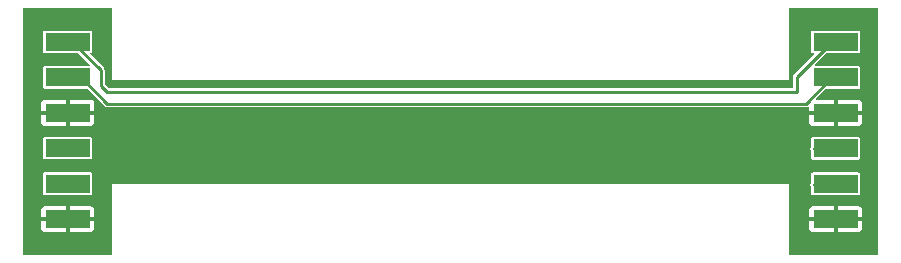
<source format=gbr>
%TF.GenerationSoftware,KiCad,Pcbnew,(6.0.7-1)-1*%
%TF.CreationDate,2022-08-05T13:03:48-05:00*%
%TF.ProjectId,Adafruit NeoPixel 8 Stick,41646166-7275-4697-9420-4e656f506978,rev?*%
%TF.SameCoordinates,Original*%
%TF.FileFunction,Copper,L2,Bot*%
%TF.FilePolarity,Positive*%
%FSLAX46Y46*%
G04 Gerber Fmt 4.6, Leading zero omitted, Abs format (unit mm)*
G04 Created by KiCad (PCBNEW (6.0.7-1)-1) date 2022-08-05 13:03:48*
%MOMM*%
%LPD*%
G01*
G04 APERTURE LIST*
%TA.AperFunction,SMDPad,CuDef*%
%ADD10R,3.800000X1.500000*%
%TD*%
%TA.AperFunction,ViaPad*%
%ADD11C,0.800000*%
%TD*%
%TA.AperFunction,Conductor*%
%ADD12C,0.250000*%
%TD*%
G04 APERTURE END LIST*
D10*
%TO.P,CN2,1,1*%
%TO.N,GND*%
X126238000Y-115442000D03*
%TO.P,CN2,2,2*%
%TO.N,+5V*%
X126238000Y-112442000D03*
%TO.P,CN2,3,3*%
%TO.N,/LED DATA*%
X126238000Y-109442000D03*
%TO.P,CN2,4,4*%
%TO.N,GND*%
X126238000Y-106442000D03*
%TO.P,CN2,5,5*%
%TO.N,/SDA*%
X126238000Y-103442000D03*
%TO.P,CN2,6,6*%
%TO.N,/SCL*%
X126238000Y-100442000D03*
%TD*%
%TO.P,CN1,1,1*%
%TO.N,/SCL*%
X191262000Y-100450000D03*
%TO.P,CN1,2,2*%
%TO.N,/SDA*%
X191262000Y-103450000D03*
%TO.P,CN1,3,3*%
%TO.N,GND*%
X191262000Y-106450000D03*
%TO.P,CN1,4,4*%
%TO.N,Net-(D8-Pad2)*%
X191262000Y-109450000D03*
%TO.P,CN1,5,5*%
%TO.N,+5V*%
X191262000Y-112450000D03*
%TO.P,CN1,6,6*%
%TO.N,GND*%
X191262000Y-115450000D03*
%TD*%
D11*
%TO.N,+5V*%
X126238000Y-112522000D03*
X189738000Y-112522000D03*
%TO.N,GND*%
X126238000Y-106426000D03*
%TO.N,/LED DATA*%
X126238000Y-109474000D03*
%TO.N,Net-(D8-Pad2)*%
X189738000Y-109474000D03*
%TD*%
D12*
%TO.N,/SDA*%
X126238000Y-103442000D02*
X127388000Y-103442000D01*
X190936000Y-103450000D02*
X191262000Y-103450000D01*
X129610000Y-105664000D02*
X188722000Y-105664000D01*
X188722000Y-105664000D02*
X190936000Y-103450000D01*
X127388000Y-103442000D02*
X129610000Y-105664000D01*
%TO.N,/SCL*%
X187960000Y-103445600D02*
X190955600Y-100450000D01*
X190955600Y-100450000D02*
X191262000Y-100450000D01*
X126238000Y-100442000D02*
X126645868Y-100442000D01*
X129540000Y-104648000D02*
X187960000Y-104648000D01*
X187960000Y-104648000D02*
X187960000Y-103445600D01*
X129032000Y-102828132D02*
X129032000Y-104140000D01*
X126645868Y-100442000D02*
X129032000Y-102828132D01*
X129032000Y-104140000D02*
X129540000Y-104648000D01*
%TD*%
%TA.AperFunction,Conductor*%
%TO.N,GND*%
G36*
X129995638Y-97579093D02*
G01*
X130021358Y-97623642D01*
X130022500Y-97636700D01*
X130022500Y-103626928D01*
X130020399Y-103632000D01*
X130022500Y-103637072D01*
X130028483Y-103651517D01*
X130048000Y-103659601D01*
X130053072Y-103657500D01*
X187282928Y-103657500D01*
X187288000Y-103659601D01*
X187293072Y-103657500D01*
X187307517Y-103651517D01*
X187315601Y-103632000D01*
X187313500Y-103626928D01*
X187313500Y-97636700D01*
X187331093Y-97588362D01*
X187375642Y-97562642D01*
X187388700Y-97561500D01*
X194807300Y-97561500D01*
X194855638Y-97579093D01*
X194881358Y-97623642D01*
X194882500Y-97636700D01*
X194882500Y-118435300D01*
X194864907Y-118483638D01*
X194820358Y-118509358D01*
X194807300Y-118510500D01*
X187388700Y-118510500D01*
X187340362Y-118492907D01*
X187314642Y-118448358D01*
X187313500Y-118435300D01*
X187313500Y-116230880D01*
X189007201Y-116230880D01*
X189007602Y-116236349D01*
X189016615Y-116297584D01*
X189020041Y-116308609D01*
X189066785Y-116403817D01*
X189073919Y-116413782D01*
X189148720Y-116488451D01*
X189158702Y-116495572D01*
X189253995Y-116542152D01*
X189265009Y-116545556D01*
X189325668Y-116554406D01*
X189331101Y-116554800D01*
X191071341Y-116554800D01*
X191081498Y-116551103D01*
X191084600Y-116545731D01*
X191084600Y-116541540D01*
X191439400Y-116541540D01*
X191443097Y-116551697D01*
X191448469Y-116554799D01*
X193192880Y-116554799D01*
X193198349Y-116554398D01*
X193259584Y-116545385D01*
X193270609Y-116541959D01*
X193365817Y-116495215D01*
X193375782Y-116488081D01*
X193450451Y-116413280D01*
X193457572Y-116403298D01*
X193504152Y-116308005D01*
X193507556Y-116296991D01*
X193516406Y-116236332D01*
X193516800Y-116230899D01*
X193516800Y-115640659D01*
X193513103Y-115630502D01*
X193507731Y-115627400D01*
X191452659Y-115627400D01*
X191442502Y-115631097D01*
X191439400Y-115636469D01*
X191439400Y-116541540D01*
X191084600Y-116541540D01*
X191084600Y-115640659D01*
X191080903Y-115630502D01*
X191075531Y-115627400D01*
X189020460Y-115627400D01*
X189010303Y-115631097D01*
X189007201Y-115636469D01*
X189007201Y-116230880D01*
X187313500Y-116230880D01*
X187313500Y-115259341D01*
X189007200Y-115259341D01*
X189010897Y-115269498D01*
X189016269Y-115272600D01*
X191071341Y-115272600D01*
X191081498Y-115268903D01*
X191084600Y-115263531D01*
X191084600Y-115259341D01*
X191439400Y-115259341D01*
X191443097Y-115269498D01*
X191448469Y-115272600D01*
X193503540Y-115272600D01*
X193513697Y-115268903D01*
X193516799Y-115263531D01*
X193516799Y-114669120D01*
X193516398Y-114663651D01*
X193507385Y-114602416D01*
X193503959Y-114591391D01*
X193457215Y-114496183D01*
X193450081Y-114486218D01*
X193375280Y-114411549D01*
X193365298Y-114404428D01*
X193270005Y-114357848D01*
X193258991Y-114354444D01*
X193198332Y-114345594D01*
X193192899Y-114345200D01*
X191452659Y-114345200D01*
X191442502Y-114348897D01*
X191439400Y-114354269D01*
X191439400Y-115259341D01*
X191084600Y-115259341D01*
X191084600Y-114358460D01*
X191080903Y-114348303D01*
X191075531Y-114345201D01*
X189331120Y-114345201D01*
X189325651Y-114345602D01*
X189264416Y-114354615D01*
X189253391Y-114358041D01*
X189158183Y-114404785D01*
X189148218Y-114411919D01*
X189073549Y-114486720D01*
X189066428Y-114496702D01*
X189019848Y-114591995D01*
X189016444Y-114603009D01*
X189007594Y-114663668D01*
X189007200Y-114669101D01*
X189007200Y-115259341D01*
X187313500Y-115259341D01*
X187313500Y-112527072D01*
X187315601Y-112522000D01*
X189129091Y-112522000D01*
X189149839Y-112679597D01*
X189152467Y-112685942D01*
X189152576Y-112686205D01*
X189158300Y-112714982D01*
X189158300Y-113220064D01*
X189170119Y-113279480D01*
X189215140Y-113346860D01*
X189282520Y-113391881D01*
X189341936Y-113403700D01*
X193182064Y-113403700D01*
X193241480Y-113391881D01*
X193308860Y-113346860D01*
X193353881Y-113279480D01*
X193365700Y-113220064D01*
X193365700Y-111679936D01*
X193353881Y-111620520D01*
X193308860Y-111553140D01*
X193241480Y-111508119D01*
X193195024Y-111498878D01*
X193185689Y-111497021D01*
X193185688Y-111497021D01*
X193182064Y-111496300D01*
X189341936Y-111496300D01*
X189338312Y-111497021D01*
X189338311Y-111497021D01*
X189328976Y-111498878D01*
X189282520Y-111508119D01*
X189215140Y-111553140D01*
X189170119Y-111620520D01*
X189158300Y-111679936D01*
X189158300Y-112329018D01*
X189152576Y-112357795D01*
X189149839Y-112364403D01*
X189129091Y-112522000D01*
X187315601Y-112522000D01*
X187307517Y-112502483D01*
X187293072Y-112496500D01*
X187288000Y-112494399D01*
X187282928Y-112496500D01*
X130053072Y-112496500D01*
X130048000Y-112494399D01*
X130042928Y-112496500D01*
X130028483Y-112502483D01*
X130020399Y-112522000D01*
X130022500Y-112527072D01*
X130022500Y-118435300D01*
X130004907Y-118483638D01*
X129960358Y-118509358D01*
X129947300Y-118510500D01*
X122528700Y-118510500D01*
X122480362Y-118492907D01*
X122454642Y-118448358D01*
X122453500Y-118435300D01*
X122453500Y-116222880D01*
X123983201Y-116222880D01*
X123983602Y-116228349D01*
X123992615Y-116289584D01*
X123996041Y-116300609D01*
X124042785Y-116395817D01*
X124049919Y-116405782D01*
X124124720Y-116480451D01*
X124134702Y-116487572D01*
X124229995Y-116534152D01*
X124241009Y-116537556D01*
X124301668Y-116546406D01*
X124307101Y-116546800D01*
X126047341Y-116546800D01*
X126057498Y-116543103D01*
X126060600Y-116537731D01*
X126060600Y-116533540D01*
X126415400Y-116533540D01*
X126419097Y-116543697D01*
X126424469Y-116546799D01*
X128168880Y-116546799D01*
X128174349Y-116546398D01*
X128235584Y-116537385D01*
X128246609Y-116533959D01*
X128341817Y-116487215D01*
X128351782Y-116480081D01*
X128426451Y-116405280D01*
X128433572Y-116395298D01*
X128480152Y-116300005D01*
X128483556Y-116288991D01*
X128492406Y-116228332D01*
X128492800Y-116222899D01*
X128492800Y-115632659D01*
X128489103Y-115622502D01*
X128483731Y-115619400D01*
X126428659Y-115619400D01*
X126418502Y-115623097D01*
X126415400Y-115628469D01*
X126415400Y-116533540D01*
X126060600Y-116533540D01*
X126060600Y-115632659D01*
X126056903Y-115622502D01*
X126051531Y-115619400D01*
X123996460Y-115619400D01*
X123986303Y-115623097D01*
X123983201Y-115628469D01*
X123983201Y-116222880D01*
X122453500Y-116222880D01*
X122453500Y-115251341D01*
X123983200Y-115251341D01*
X123986897Y-115261498D01*
X123992269Y-115264600D01*
X126047341Y-115264600D01*
X126057498Y-115260903D01*
X126060600Y-115255531D01*
X126060600Y-115251341D01*
X126415400Y-115251341D01*
X126419097Y-115261498D01*
X126424469Y-115264600D01*
X128479540Y-115264600D01*
X128489697Y-115260903D01*
X128492799Y-115255531D01*
X128492799Y-114661120D01*
X128492398Y-114655651D01*
X128483385Y-114594416D01*
X128479959Y-114583391D01*
X128433215Y-114488183D01*
X128426081Y-114478218D01*
X128351280Y-114403549D01*
X128341298Y-114396428D01*
X128246005Y-114349848D01*
X128234991Y-114346444D01*
X128174332Y-114337594D01*
X128168899Y-114337200D01*
X126428659Y-114337200D01*
X126418502Y-114340897D01*
X126415400Y-114346269D01*
X126415400Y-115251341D01*
X126060600Y-115251341D01*
X126060600Y-114350460D01*
X126056903Y-114340303D01*
X126051531Y-114337201D01*
X124307120Y-114337201D01*
X124301651Y-114337602D01*
X124240416Y-114346615D01*
X124229391Y-114350041D01*
X124134183Y-114396785D01*
X124124218Y-114403919D01*
X124049549Y-114478720D01*
X124042428Y-114488702D01*
X123995848Y-114583995D01*
X123992444Y-114595009D01*
X123983594Y-114655668D01*
X123983200Y-114661101D01*
X123983200Y-115251341D01*
X122453500Y-115251341D01*
X122453500Y-113212064D01*
X124134300Y-113212064D01*
X124146119Y-113271480D01*
X124191140Y-113338860D01*
X124258520Y-113383881D01*
X124304976Y-113393122D01*
X124306002Y-113393326D01*
X124317936Y-113395700D01*
X128158064Y-113395700D01*
X128169999Y-113393326D01*
X128171024Y-113393122D01*
X128217480Y-113383881D01*
X128284860Y-113338860D01*
X128329881Y-113271480D01*
X128341700Y-113212064D01*
X128341700Y-111671936D01*
X128329881Y-111612520D01*
X128284860Y-111545140D01*
X128217480Y-111500119D01*
X128158064Y-111488300D01*
X124317936Y-111488300D01*
X124258520Y-111500119D01*
X124191140Y-111545140D01*
X124146119Y-111612520D01*
X124134300Y-111671936D01*
X124134300Y-113212064D01*
X122453500Y-113212064D01*
X122453500Y-110212064D01*
X124134300Y-110212064D01*
X124146119Y-110271480D01*
X124191140Y-110338860D01*
X124258520Y-110383881D01*
X124304976Y-110393122D01*
X124306002Y-110393326D01*
X124317936Y-110395700D01*
X128158064Y-110395700D01*
X128169999Y-110393326D01*
X128171024Y-110393122D01*
X128217480Y-110383881D01*
X128284860Y-110338860D01*
X128329881Y-110271480D01*
X128341700Y-110212064D01*
X128341700Y-109474000D01*
X189129091Y-109474000D01*
X189149839Y-109631597D01*
X189152467Y-109637942D01*
X189152576Y-109638205D01*
X189158300Y-109666982D01*
X189158300Y-110220064D01*
X189170119Y-110279480D01*
X189215140Y-110346860D01*
X189282520Y-110391881D01*
X189341936Y-110403700D01*
X193182064Y-110403700D01*
X193241480Y-110391881D01*
X193308860Y-110346860D01*
X193353881Y-110279480D01*
X193365700Y-110220064D01*
X193365700Y-108679936D01*
X193353881Y-108620520D01*
X193308860Y-108553140D01*
X193241480Y-108508119D01*
X193195024Y-108498878D01*
X193185689Y-108497021D01*
X193185688Y-108497021D01*
X193182064Y-108496300D01*
X189341936Y-108496300D01*
X189338312Y-108497021D01*
X189338311Y-108497021D01*
X189328976Y-108498878D01*
X189282520Y-108508119D01*
X189215140Y-108553140D01*
X189170119Y-108620520D01*
X189158300Y-108679936D01*
X189158300Y-109281018D01*
X189152576Y-109309795D01*
X189149839Y-109316403D01*
X189129091Y-109474000D01*
X128341700Y-109474000D01*
X128341700Y-108671936D01*
X128329881Y-108612520D01*
X128284860Y-108545140D01*
X128217480Y-108500119D01*
X128158064Y-108488300D01*
X124317936Y-108488300D01*
X124258520Y-108500119D01*
X124191140Y-108545140D01*
X124146119Y-108612520D01*
X124134300Y-108671936D01*
X124134300Y-110212064D01*
X122453500Y-110212064D01*
X122453500Y-107222880D01*
X123983201Y-107222880D01*
X123983602Y-107228349D01*
X123992615Y-107289584D01*
X123996041Y-107300609D01*
X124042785Y-107395817D01*
X124049919Y-107405782D01*
X124124720Y-107480451D01*
X124134702Y-107487572D01*
X124229995Y-107534152D01*
X124241009Y-107537556D01*
X124301668Y-107546406D01*
X124307101Y-107546800D01*
X126047341Y-107546800D01*
X126057498Y-107543103D01*
X126060600Y-107537731D01*
X126060600Y-107533540D01*
X126415400Y-107533540D01*
X126419097Y-107543697D01*
X126424469Y-107546799D01*
X128168880Y-107546799D01*
X128174349Y-107546398D01*
X128235584Y-107537385D01*
X128246609Y-107533959D01*
X128341817Y-107487215D01*
X128351782Y-107480081D01*
X128426451Y-107405280D01*
X128433572Y-107395298D01*
X128480152Y-107300005D01*
X128483556Y-107288991D01*
X128492034Y-107230880D01*
X189007201Y-107230880D01*
X189007602Y-107236349D01*
X189016615Y-107297584D01*
X189020041Y-107308609D01*
X189066785Y-107403817D01*
X189073919Y-107413782D01*
X189148720Y-107488451D01*
X189158702Y-107495572D01*
X189253995Y-107542152D01*
X189265009Y-107545556D01*
X189325668Y-107554406D01*
X189331101Y-107554800D01*
X191071341Y-107554800D01*
X191081498Y-107551103D01*
X191084600Y-107545731D01*
X191084600Y-107541540D01*
X191439400Y-107541540D01*
X191443097Y-107551697D01*
X191448469Y-107554799D01*
X193192880Y-107554799D01*
X193198349Y-107554398D01*
X193259584Y-107545385D01*
X193270609Y-107541959D01*
X193365817Y-107495215D01*
X193375782Y-107488081D01*
X193450451Y-107413280D01*
X193457572Y-107403298D01*
X193504152Y-107308005D01*
X193507556Y-107296991D01*
X193516406Y-107236332D01*
X193516800Y-107230899D01*
X193516800Y-106640659D01*
X193513103Y-106630502D01*
X193507731Y-106627400D01*
X191452659Y-106627400D01*
X191442502Y-106631097D01*
X191439400Y-106636469D01*
X191439400Y-107541540D01*
X191084600Y-107541540D01*
X191084600Y-106640659D01*
X191080903Y-106630502D01*
X191075531Y-106627400D01*
X189020460Y-106627400D01*
X189010303Y-106631097D01*
X189007201Y-106636469D01*
X189007201Y-107230880D01*
X128492034Y-107230880D01*
X128492406Y-107228332D01*
X128492800Y-107222899D01*
X128492800Y-106632659D01*
X128489103Y-106622502D01*
X128483731Y-106619400D01*
X126428659Y-106619400D01*
X126418502Y-106623097D01*
X126415400Y-106628469D01*
X126415400Y-107533540D01*
X126060600Y-107533540D01*
X126060600Y-106632659D01*
X126056903Y-106622502D01*
X126051531Y-106619400D01*
X123996460Y-106619400D01*
X123986303Y-106623097D01*
X123983201Y-106628469D01*
X123983201Y-107222880D01*
X122453500Y-107222880D01*
X122453500Y-106251341D01*
X123983200Y-106251341D01*
X123986897Y-106261498D01*
X123992269Y-106264600D01*
X126047341Y-106264600D01*
X126057498Y-106260903D01*
X126060600Y-106255531D01*
X126060600Y-106251341D01*
X126415400Y-106251341D01*
X126419097Y-106261498D01*
X126424469Y-106264600D01*
X128479540Y-106264600D01*
X128489697Y-106260903D01*
X128492799Y-106255531D01*
X128492799Y-105661120D01*
X128492398Y-105655651D01*
X128483385Y-105594416D01*
X128479959Y-105583391D01*
X128433215Y-105488183D01*
X128426081Y-105478218D01*
X128351280Y-105403549D01*
X128341298Y-105396428D01*
X128246005Y-105349848D01*
X128234991Y-105346444D01*
X128174332Y-105337594D01*
X128168899Y-105337200D01*
X126428659Y-105337200D01*
X126418502Y-105340897D01*
X126415400Y-105346269D01*
X126415400Y-106251341D01*
X126060600Y-106251341D01*
X126060600Y-105350460D01*
X126056903Y-105340303D01*
X126051531Y-105337201D01*
X124307120Y-105337201D01*
X124301651Y-105337602D01*
X124240416Y-105346615D01*
X124229391Y-105350041D01*
X124134183Y-105396785D01*
X124124218Y-105403919D01*
X124049549Y-105478720D01*
X124042428Y-105488702D01*
X123995848Y-105583995D01*
X123992444Y-105595009D01*
X123983594Y-105655668D01*
X123983200Y-105661101D01*
X123983200Y-106251341D01*
X122453500Y-106251341D01*
X122453500Y-104212064D01*
X124134300Y-104212064D01*
X124146119Y-104271480D01*
X124191140Y-104338860D01*
X124258520Y-104383881D01*
X124304976Y-104393122D01*
X124306002Y-104393326D01*
X124317936Y-104395700D01*
X127845700Y-104395700D01*
X127894038Y-104413293D01*
X127898874Y-104417726D01*
X129365095Y-105883947D01*
X129369528Y-105888784D01*
X129391226Y-105914642D01*
X129395456Y-105919683D01*
X129430376Y-105939844D01*
X129435907Y-105943368D01*
X129468942Y-105966499D01*
X129475297Y-105968202D01*
X129480148Y-105970464D01*
X129485098Y-105972514D01*
X129490142Y-105974350D01*
X129495844Y-105977642D01*
X129502326Y-105978785D01*
X129535551Y-105984644D01*
X129541954Y-105986063D01*
X129580911Y-105996501D01*
X129587463Y-105995928D01*
X129587465Y-105995928D01*
X129621091Y-105992986D01*
X129627645Y-105992700D01*
X188704360Y-105992700D01*
X188710914Y-105992986D01*
X188744536Y-105995928D01*
X188744538Y-105995928D01*
X188751090Y-105996501D01*
X188790040Y-105986064D01*
X188796446Y-105984644D01*
X188803370Y-105983423D01*
X188836156Y-105977642D01*
X188841855Y-105974352D01*
X188846896Y-105972517D01*
X188851852Y-105970464D01*
X188856704Y-105968202D01*
X188863058Y-105966499D01*
X188868445Y-105962727D01*
X188868447Y-105962726D01*
X188877362Y-105956483D01*
X188888868Y-105948427D01*
X188938553Y-105935113D01*
X188985174Y-105956852D01*
X189006914Y-106003472D01*
X189007200Y-106010027D01*
X189007200Y-106259341D01*
X189010897Y-106269498D01*
X189016269Y-106272600D01*
X191071341Y-106272600D01*
X191081498Y-106268903D01*
X191084600Y-106263531D01*
X191084600Y-106259341D01*
X191439400Y-106259341D01*
X191443097Y-106269498D01*
X191448469Y-106272600D01*
X193503540Y-106272600D01*
X193513697Y-106268903D01*
X193516799Y-106263531D01*
X193516799Y-105669120D01*
X193516398Y-105663651D01*
X193507385Y-105602416D01*
X193503959Y-105591391D01*
X193457215Y-105496183D01*
X193450081Y-105486218D01*
X193375280Y-105411549D01*
X193365298Y-105404428D01*
X193270005Y-105357848D01*
X193258991Y-105354444D01*
X193198332Y-105345594D01*
X193192899Y-105345200D01*
X191452659Y-105345200D01*
X191442502Y-105348897D01*
X191439400Y-105354269D01*
X191439400Y-106259341D01*
X191084600Y-106259341D01*
X191084600Y-105358460D01*
X191080903Y-105348303D01*
X191075531Y-105345201D01*
X189687199Y-105345201D01*
X189638861Y-105327608D01*
X189613141Y-105283059D01*
X189622074Y-105232401D01*
X189634025Y-105216827D01*
X190425126Y-104425726D01*
X190471746Y-104403986D01*
X190478300Y-104403700D01*
X193182064Y-104403700D01*
X193241480Y-104391881D01*
X193308860Y-104346860D01*
X193353881Y-104279480D01*
X193365700Y-104220064D01*
X193365700Y-102679936D01*
X193353881Y-102620520D01*
X193308860Y-102553140D01*
X193241480Y-102508119D01*
X193195024Y-102498878D01*
X193185689Y-102497021D01*
X193185688Y-102497021D01*
X193182064Y-102496300D01*
X189555700Y-102496300D01*
X189507362Y-102478707D01*
X189481642Y-102434158D01*
X189490575Y-102383500D01*
X189502526Y-102367926D01*
X190444726Y-101425726D01*
X190491346Y-101403986D01*
X190497900Y-101403700D01*
X193182064Y-101403700D01*
X193241480Y-101391881D01*
X193308860Y-101346860D01*
X193353881Y-101279480D01*
X193365700Y-101220064D01*
X193365700Y-99679936D01*
X193353881Y-99620520D01*
X193308860Y-99553140D01*
X193241480Y-99508119D01*
X193195024Y-99498878D01*
X193185689Y-99497021D01*
X193185688Y-99497021D01*
X193182064Y-99496300D01*
X189341936Y-99496300D01*
X189338312Y-99497021D01*
X189338311Y-99497021D01*
X189328976Y-99498878D01*
X189282520Y-99508119D01*
X189215140Y-99553140D01*
X189170119Y-99620520D01*
X189158300Y-99679936D01*
X189158300Y-101220064D01*
X189170119Y-101279480D01*
X189215140Y-101346860D01*
X189282520Y-101391881D01*
X189341936Y-101403700D01*
X189355500Y-101403700D01*
X189403838Y-101421293D01*
X189429558Y-101465842D01*
X189420625Y-101516500D01*
X189408674Y-101532074D01*
X187740053Y-103200695D01*
X187735216Y-103205128D01*
X187709358Y-103226826D01*
X187704317Y-103231056D01*
X187684156Y-103265976D01*
X187680632Y-103271507D01*
X187657501Y-103304542D01*
X187655798Y-103310897D01*
X187653536Y-103315748D01*
X187651483Y-103320704D01*
X187649648Y-103325745D01*
X187646358Y-103331444D01*
X187645216Y-103337922D01*
X187639356Y-103371154D01*
X187637936Y-103377559D01*
X187627499Y-103416510D01*
X187628072Y-103423062D01*
X187628072Y-103423064D01*
X187631014Y-103456686D01*
X187631300Y-103463240D01*
X187631300Y-104244100D01*
X187613707Y-104292438D01*
X187569158Y-104318158D01*
X187556100Y-104319300D01*
X129707300Y-104319300D01*
X129658962Y-104301707D01*
X129654126Y-104297274D01*
X129382726Y-104025874D01*
X129360986Y-103979254D01*
X129360700Y-103972700D01*
X129360700Y-102845769D01*
X129360986Y-102839214D01*
X129363928Y-102805595D01*
X129363928Y-102805593D01*
X129364501Y-102799042D01*
X129362799Y-102792691D01*
X129362799Y-102792688D01*
X129354064Y-102760091D01*
X129352644Y-102753686D01*
X129346784Y-102720454D01*
X129345642Y-102713976D01*
X129342352Y-102708277D01*
X129340517Y-102703236D01*
X129338464Y-102698280D01*
X129336202Y-102693429D01*
X129334499Y-102687074D01*
X129311368Y-102654039D01*
X129307844Y-102648508D01*
X129290973Y-102619287D01*
X129287683Y-102613588D01*
X129256787Y-102587663D01*
X129251951Y-102583231D01*
X128179368Y-101510648D01*
X128157628Y-101464028D01*
X128170942Y-101414341D01*
X128203764Y-101387998D01*
X128210214Y-101385326D01*
X128217480Y-101383881D01*
X128284860Y-101338860D01*
X128329881Y-101271480D01*
X128341700Y-101212064D01*
X128341700Y-99671936D01*
X128329881Y-99612520D01*
X128284860Y-99545140D01*
X128217480Y-99500119D01*
X128158064Y-99488300D01*
X124317936Y-99488300D01*
X124258520Y-99500119D01*
X124191140Y-99545140D01*
X124146119Y-99612520D01*
X124134300Y-99671936D01*
X124134300Y-101212064D01*
X124146119Y-101271480D01*
X124191140Y-101338860D01*
X124258520Y-101383881D01*
X124304976Y-101393122D01*
X124306002Y-101393326D01*
X124317936Y-101395700D01*
X127103568Y-101395700D01*
X127151906Y-101413293D01*
X127156742Y-101417726D01*
X128098942Y-102359926D01*
X128120682Y-102406546D01*
X128107368Y-102456233D01*
X128065231Y-102485738D01*
X128045768Y-102488300D01*
X124317936Y-102488300D01*
X124258520Y-102500119D01*
X124191140Y-102545140D01*
X124146119Y-102612520D01*
X124134300Y-102671936D01*
X124134300Y-104212064D01*
X122453500Y-104212064D01*
X122453500Y-97636700D01*
X122471093Y-97588362D01*
X122515642Y-97562642D01*
X122528700Y-97561500D01*
X129947300Y-97561500D01*
X129995638Y-97579093D01*
G37*
%TD.AperFunction*%
%TD*%
M02*

</source>
